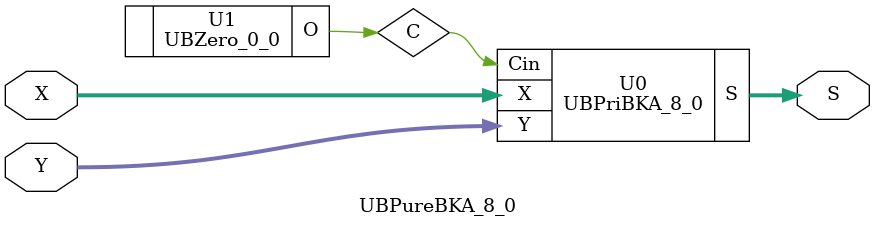
<source format=v>
/*----------------------------------------------------------------------------
  Copyright (c) 2021 Homma laboratory. All rights reserved.

  Top module: UBBKA_8_0_8_0

  Operand-1 length: 9
  Operand-2 length: 9
  Two-operand addition algorithm: Brent-Kung adder
----------------------------------------------------------------------------*/

module GPGenerator(Go, Po, A, B);
  output Go;
  output Po;
  input A;
  input B;
  assign Go = A & B;
  assign Po = A ^ B;
endmodule

module CarryOperator(Go, Po, Gi1, Pi1, Gi2, Pi2);
  output Go;
  output Po;
  input Gi1;
  input Gi2;
  input Pi1;
  input Pi2;
  assign Go = Gi1 | ( Gi2 & Pi1 );
  assign Po = Pi1 & Pi2;
endmodule

module UBPriBKA_8_0(S, X, Y, Cin);
  output [9:0] S;
  input Cin;
  input [8:0] X;
  input [8:0] Y;
  wire [8:0] G0;
  wire [8:0] G1;
  wire [8:0] G2;
  wire [8:0] G3;
  wire [8:0] G4;
  wire [8:0] G5;
  wire [8:0] G6;
  wire [8:0] P0;
  wire [8:0] P1;
  wire [8:0] P2;
  wire [8:0] P3;
  wire [8:0] P4;
  wire [8:0] P5;
  wire [8:0] P6;
  assign P1[0] = P0[0];
  assign G1[0] = G0[0];
  assign P1[2] = P0[2];
  assign G1[2] = G0[2];
  assign P1[4] = P0[4];
  assign G1[4] = G0[4];
  assign P1[6] = P0[6];
  assign G1[6] = G0[6];
  assign P1[8] = P0[8];
  assign G1[8] = G0[8];
  assign P2[0] = P1[0];
  assign G2[0] = G1[0];
  assign P2[1] = P1[1];
  assign G2[1] = G1[1];
  assign P2[2] = P1[2];
  assign G2[2] = G1[2];
  assign P2[4] = P1[4];
  assign G2[4] = G1[4];
  assign P2[5] = P1[5];
  assign G2[5] = G1[5];
  assign P2[6] = P1[6];
  assign G2[6] = G1[6];
  assign P2[8] = P1[8];
  assign G2[8] = G1[8];
  assign P3[0] = P2[0];
  assign G3[0] = G2[0];
  assign P3[1] = P2[1];
  assign G3[1] = G2[1];
  assign P3[2] = P2[2];
  assign G3[2] = G2[2];
  assign P3[3] = P2[3];
  assign G3[3] = G2[3];
  assign P3[4] = P2[4];
  assign G3[4] = G2[4];
  assign P3[5] = P2[5];
  assign G3[5] = G2[5];
  assign P3[6] = P2[6];
  assign G3[6] = G2[6];
  assign P3[8] = P2[8];
  assign G3[8] = G2[8];
  assign P4[0] = P3[0];
  assign G4[0] = G3[0];
  assign P4[1] = P3[1];
  assign G4[1] = G3[1];
  assign P4[2] = P3[2];
  assign G4[2] = G3[2];
  assign P4[3] = P3[3];
  assign G4[3] = G3[3];
  assign P4[4] = P3[4];
  assign G4[4] = G3[4];
  assign P4[5] = P3[5];
  assign G4[5] = G3[5];
  assign P4[6] = P3[6];
  assign G4[6] = G3[6];
  assign P4[7] = P3[7];
  assign G4[7] = G3[7];
  assign P4[8] = P3[8];
  assign G4[8] = G3[8];
  assign P5[0] = P4[0];
  assign G5[0] = G4[0];
  assign P5[1] = P4[1];
  assign G5[1] = G4[1];
  assign P5[2] = P4[2];
  assign G5[2] = G4[2];
  assign P5[3] = P4[3];
  assign G5[3] = G4[3];
  assign P5[4] = P4[4];
  assign G5[4] = G4[4];
  assign P5[6] = P4[6];
  assign G5[6] = G4[6];
  assign P5[7] = P4[7];
  assign G5[7] = G4[7];
  assign P5[8] = P4[8];
  assign G5[8] = G4[8];
  assign P6[0] = P5[0];
  assign G6[0] = G5[0];
  assign P6[1] = P5[1];
  assign G6[1] = G5[1];
  assign P6[3] = P5[3];
  assign G6[3] = G5[3];
  assign P6[5] = P5[5];
  assign G6[5] = G5[5];
  assign P6[7] = P5[7];
  assign G6[7] = G5[7];
  assign S[0] = Cin ^ P0[0];
  assign S[1] = ( G6[0] | ( P6[0] & Cin ) ) ^ P0[1];
  assign S[2] = ( G6[1] | ( P6[1] & Cin ) ) ^ P0[2];
  assign S[3] = ( G6[2] | ( P6[2] & Cin ) ) ^ P0[3];
  assign S[4] = ( G6[3] | ( P6[3] & Cin ) ) ^ P0[4];
  assign S[5] = ( G6[4] | ( P6[4] & Cin ) ) ^ P0[5];
  assign S[6] = ( G6[5] | ( P6[5] & Cin ) ) ^ P0[6];
  assign S[7] = ( G6[6] | ( P6[6] & Cin ) ) ^ P0[7];
  assign S[8] = ( G6[7] | ( P6[7] & Cin ) ) ^ P0[8];
  assign S[9] = G6[8] | ( P6[8] & Cin );
  GPGenerator U0 (G0[0], P0[0], X[0], Y[0]);
  GPGenerator U1 (G0[1], P0[1], X[1], Y[1]);
  GPGenerator U2 (G0[2], P0[2], X[2], Y[2]);
  GPGenerator U3 (G0[3], P0[3], X[3], Y[3]);
  GPGenerator U4 (G0[4], P0[4], X[4], Y[4]);
  GPGenerator U5 (G0[5], P0[5], X[5], Y[5]);
  GPGenerator U6 (G0[6], P0[6], X[6], Y[6]);
  GPGenerator U7 (G0[7], P0[7], X[7], Y[7]);
  GPGenerator U8 (G0[8], P0[8], X[8], Y[8]);
  CarryOperator U9 (G1[1], P1[1], G0[1], P0[1], G0[0], P0[0]);
  CarryOperator U10 (G1[3], P1[3], G0[3], P0[3], G0[2], P0[2]);
  CarryOperator U11 (G1[5], P1[5], G0[5], P0[5], G0[4], P0[4]);
  CarryOperator U12 (G1[7], P1[7], G0[7], P0[7], G0[6], P0[6]);
  CarryOperator U13 (G2[3], P2[3], G1[3], P1[3], G1[1], P1[1]);
  CarryOperator U14 (G2[7], P2[7], G1[7], P1[7], G1[5], P1[5]);
  CarryOperator U15 (G3[7], P3[7], G2[7], P2[7], G2[3], P2[3]);
  CarryOperator U16 (G5[5], P5[5], G4[5], P4[5], G4[3], P4[3]);
  CarryOperator U17 (G6[2], P6[2], G5[2], P5[2], G5[1], P5[1]);
  CarryOperator U18 (G6[4], P6[4], G5[4], P5[4], G5[3], P5[3]);
  CarryOperator U19 (G6[6], P6[6], G5[6], P5[6], G5[5], P5[5]);
  CarryOperator U20 (G6[8], P6[8], G5[8], P5[8], G5[7], P5[7]);
endmodule

module UBZero_0_0(O);
  output [0:0] O;
  assign O[0] = 0;
endmodule

module UBBKA_8_0_8_0 (S, X, Y);
  output [9:0] S;
  input [8:0] X;
  input [8:0] Y;
  UBPureBKA_8_0 U0 (S[9:0], X[8:0], Y[8:0]);
endmodule

module UBPureBKA_8_0 (S, X, Y);
  output [9:0] S;
  input [8:0] X;
  input [8:0] Y;
  wire C;
  UBPriBKA_8_0 U0 (S, X, Y, C);
  UBZero_0_0 U1 (C);
endmodule


</source>
